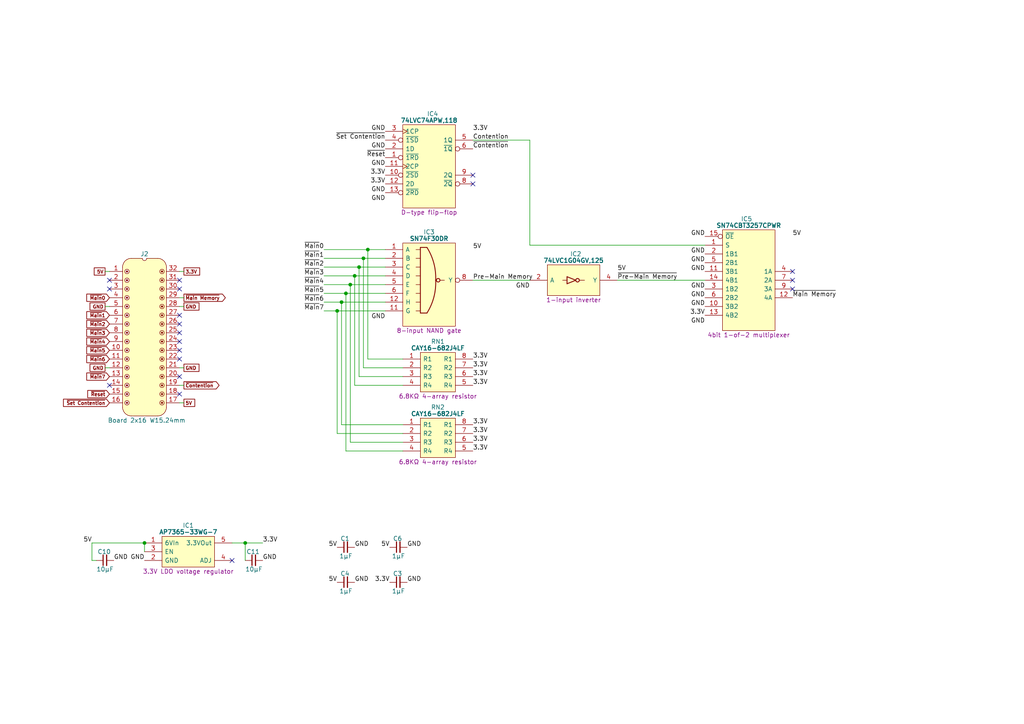
<source format=kicad_sch>
(kicad_sch (version 20250114) (generator "eeschema") (generator_version "9.0")
  (paper "A4")
  (title_block (title "Main Memory Enable") (date "2024-06-30") (rev "V0"))
  (lib_symbols
    (symbol "Bourns:CAY16-682J4LF" (pin_names (offset 0.762))
      (property "Reference" "RN" (at 10.16 5.08 0))
      (property "Value" "CAY16-682J4LF" (at 10.16 3.175 0))
      (property "Description" "6.8KΩ 4-array resistor" (at 10.16 -10.795 0))
      (symbol "CAY16-682J4LF_0_0"
        (pin passive line (at 0 0 0) (length 5.08) (name "R1") (number "1"))
        (pin passive line (at 0 -2.54 0) (length 5.08) (name "R2") (number "2"))
        (pin passive line (at 0 -5.08 0) (length 5.08) (name "R3") (number "3"))
        (pin passive line (at 0 -7.62 0) (length 5.08) (name "R4") (number "4"))
        (pin passive line (at 20.32 0 180) (length 5.08) (name "R1") (number "8"))
        (pin passive line (at 20.32 -2.54 180) (length 5.08) (name "R2") (number "7"))
        (pin passive line (at 20.32 -5.08 180) (length 5.08) (name "R3") (number "6"))
        (pin passive line (at 20.32 -7.62 180) (length 5.08) (name "R4") (number "5"))
      )
      (symbol "CAY16-682J4LF_0_1"
        (polyline (pts (xy 5.08 1.905) (xy 15.24 1.905) (xy 15.24 -9.525) (xy 5.08 -9.525) (xy 5.08 1.905)) (stroke (width 0.1524)) (fill (type background)))
      )
    )
    (symbol "Diodes_Inc:AP7365-33WG-7" (pin_names (offset 0.762))
      (property "Reference" "IC" (at 12.7 5.08 0))
      (property "Value" "AP7365-33WG-7" (at 12.7 3.175 0))
      (property "Description" "3.3V LDO voltage regulator" (at 12.7 -8.255 0))
      (symbol "AP7365-33WG-7_0_0"
        (pin input line (at 0 -2.54 0) (length 5.08) (name "EN") (number "3"))
        (pin passive line (at 0 -5.08 0) (length 5.08) (name "GND") (number "2"))
        (pin passive line (at 25.4 -5.08 180) (length 5.08) (name "ADJ") (number "4"))
      )
      (symbol "AP7365-33WG-7_0_1"
        (polyline (pts (xy 5.08 1.905) (xy 20.32 1.905) (xy 20.32 -6.985) (xy 5.08 -6.985) (xy 5.08 1.905)) (fill (type background)))
      )
      (symbol "AP7365-33WG-7_1_0"
        (pin passive line (at 0 0 0) (length 5.08) (name "6VIn") (number "1"))
        (pin passive line (at 25.4 0 180) (length 5.08) (name "3.3VOut") (number "5"))
      )
    )
    (symbol "HCP65:Board_02x16_W15.24mm" (pin_names (offset 1.016) (hide yes))
      (property "Reference" "J" (at 0 5.08 0))
      (property "Value" "Board 2x16 W15.24mm" (at 0.635 -43.18 0))
      (symbol "Board_02x16_W15.24mm_0_1"
        (polyline (pts (xy -6.35 1.27) (xy -6.35 -39.37)))
        (arc (start -3.8102 -41.9098) (mid -5.6063 -41.1659) (end -6.3502 -39.3698))
        (arc (start -6.35 1.27) (mid -5.6061 3.0661) (end -3.81 3.81))
        (polyline (pts (xy -3.81 3.81) (xy -0.635 3.81)))
        (arc (start 0.635 3.81) (mid 0 3.175) (end -0.635 3.81))
        (polyline (pts (xy 0.635 3.81) (xy 3.81 3.81)))
        (polyline (pts (xy 3.8098 -41.9098) (xy -3.81 -41.91)))
        (arc (start 3.81 3.81) (mid 5.6061 3.0661) (end 6.35 1.27))
        (arc (start 6.3498 -39.3698) (mid 5.6059 -41.1659) (end 3.8098 -41.9098))
        (polyline (pts (xy 6.35 -39.37) (xy 6.35 1.27)))
      )
      (symbol "Board_02x16_W15.24mm_1_1"
        (polyline (pts (xy -6.35 1.27) (xy -6.096 2.286) (xy -5.588 3.048) (xy -4.826 3.556) (xy -4.064 3.81) (xy -0.762 3.81) (xy -0.508 3.302) (xy 0 3.048) (xy 0 -41.91) (xy -3.81 -41.91) (xy -4.826 -41.656) (xy -5.588 -41.148) (xy -6.096 -40.386) (xy -6.35 -39.37) (xy -6.35 1.27)) (stroke (width -0.0001)) (fill (type background)))
        (circle (center -5.08 0) (radius 0.0001) (stroke (width 0.3)))
        (circle (center -5.08 0) (radius 0.635) (fill (type color) (color 255 255 255 1)))
        (circle (center -5.08 -2.54) (radius 0.0001) (stroke (width 0.3)))
        (circle (center -5.08 -2.54) (radius 0.635) (fill (type color) (color 255 255 255 1)))
        (circle (center -5.08 -5.08) (radius 0.0001) (stroke (width 0.3)))
        (circle (center -5.08 -5.08) (radius 0.635) (fill (type color) (color 255 255 255 1)))
        (circle (center -5.08 -7.62) (radius 0.0001) (stroke (width 0.3)))
        (circle (center -5.08 -7.62) (radius 0.635) (fill (type color) (color 255 255 255 1)))
        (circle (center -5.08 -10.16) (radius 0.0001) (stroke (width 0.3)))
        (circle (center -5.08 -10.16) (radius 0.635) (fill (type color) (color 255 255 255 1)))
        (circle (center -5.08 -12.7) (radius 0.0001) (stroke (width 0.3)))
        (circle (center -5.08 -12.7) (radius 0.635) (fill (type color) (color 255 255 255 1)))
        (circle (center -5.08 -15.24) (radius 0.0001) (stroke (width 0.3)))
        (circle (center -5.08 -15.24) (radius 0.635) (fill (type color) (color 255 255 255 1)))
        (circle (center -5.08 -17.78) (radius 0.0001) (stroke (width 0.3)))
        (circle (center -5.08 -17.78) (radius 0.635) (fill (type color) (color 255 255 255 1)))
        (circle (center -5.08 -20.32) (radius 0.0001) (stroke (width 0.3)))
        (circle (center -5.08 -20.32) (radius 0.635) (fill (type color) (color 255 255 255 1)))
        (circle (center -5.08 -22.86) (radius 0.0001) (stroke (width 0.3)))
        (circle (center -5.08 -22.86) (radius 0.635) (fill (type color) (color 255 255 255 1)))
        (circle (center -5.08 -25.4) (radius 0.0001) (stroke (width 0.3)))
        (circle (center -5.08 -25.4) (radius 0.635) (fill (type color) (color 255 255 255 1)))
        (circle (center -5.08 -27.94) (radius 0.0001) (stroke (width 0.3)))
        (circle (center -5.08 -27.94) (radius 0.635) (fill (type color) (color 255 255 255 1)))
        (circle (center -5.08 -30.48) (radius 0.0001) (stroke (width 0.3)))
        (circle (center -5.08 -30.48) (radius 0.635) (fill (type color) (color 255 255 255 1)))
        (circle (center -5.08 -33.02) (radius 0.0001) (stroke (width 0.3)))
        (circle (center -5.08 -33.02) (radius 0.635) (fill (type color) (color 255 255 255 1)))
        (circle (center -5.08 -35.56) (radius 0.0001) (stroke (width 0.3)))
        (circle (center -5.08 -35.56) (radius 0.635) (fill (type color) (color 255 255 255 1)))
        (circle (center -5.08 -38.1) (radius 0.0001) (stroke (width 0.3)))
        (circle (center -5.08 -38.1) (radius 0.635) (fill (type color) (color 255 255 255 1)))
        (circle (center 5.08 0) (radius 0.0001) (stroke (width 0.3)))
        (circle (center 5.08 0) (radius 0.635) (fill (type color) (color 255 255 255 1)))
        (circle (center 5.08 -2.54) (radius 0.0001) (stroke (width 0.3)))
        (circle (center 5.08 -2.54) (radius 0.635) (fill (type color) (color 255 255 255 1)))
        (circle (center 5.08 -5.08) (radius 0.0001) (stroke (width 0.3)))
        (circle (center 5.08 -5.08) (radius 0.635) (fill (type color) (color 255 255 255 1)))
        (circle (center 5.08 -7.62) (radius 0.0001) (stroke (width 0.3)))
        (circle (center 5.08 -7.62) (radius 0.635) (fill (type color) (color 255 255 255 1)))
        (circle (center 5.08 -10.16) (radius 0.0001) (stroke (width 0.3)))
        (circle (center 5.08 -10.16) (radius 0.635) (fill (type color) (color 255 255 255 1)))
        (circle (center 5.08 -12.7) (radius 0.0001) (stroke (width 0.3)))
        (circle (center 5.08 -12.7) (radius 0.635) (fill (type color) (color 255 255 255 1)))
        (circle (center 5.08 -15.24) (radius 0.0001) (stroke (width 0.3)))
        (circle (center 5.08 -15.24) (radius 0.635) (fill (type color) (color 255 255 255 1)))
        (circle (center 5.08 -17.78) (radius 0.0001) (stroke (width 0.3)))
        (circle (center 5.08 -17.78) (radius 0.635) (fill (type color) (color 255 255 255 1)))
        (circle (center 5.08 -20.32) (radius 0.0001) (stroke (width 0.3)))
        (circle (center 5.08 -20.32) (radius 0.635) (fill (type color) (color 255 255 255 1)))
        (circle (center 5.08 -22.86) (radius 0.0001) (stroke (width 0.3)))
        (circle (center 5.08 -22.86) (radius 0.635) (fill (type color) (color 255 255 255 1)))
        (circle (center 5.08 -25.4) (radius 0.0001) (stroke (width 0.3)))
        (circle (center 5.08 -25.4) (radius 0.635) (fill (type color) (color 255 255 255 1)))
        (circle (center 5.08 -27.94) (radius 0.0001) (stroke (width 0.3)))
        (circle (center 5.08 -27.94) (radius 0.635) (fill (type color) (color 255 255 255 1)))
        (circle (center 5.08 -30.48) (radius 0.0001) (stroke (width 0.3)))
        (circle (center 5.08 -30.48) (radius 0.635) (fill (type color) (color 255 255 255 1)))
        (circle (center 5.08 -33.02) (radius 0.0001) (stroke (width 0.3)))
        (circle (center 5.08 -33.02) (radius 0.635) (fill (type color) (color 255 255 255 1)))
        (circle (center 5.08 -35.56) (radius 0.0001) (stroke (width 0.3)))
        (circle (center 5.08 -35.56) (radius 0.635) (fill (type color) (color 255 255 255 1)))
        (circle (center 5.08 -38.1) (radius 0.0001) (stroke (width 0.3)))
        (circle (center 5.08 -38.1) (radius 0.635) (fill (type color) (color 255 255 255 1)))
        (polyline (pts (xy 6.35 1.27) (xy 6.096 2.286) (xy 5.588 3.048) (xy 4.826 3.556) (xy 4.064 3.81) (xy 0.762 3.81) (xy 0.508 3.302) (xy 0 3.048) (xy 0 -41.91) (xy 3.81 -41.91) (xy 4.826 -41.656) (xy 5.588 -41.148) (xy 6.096 -40.386) (xy 6.35 -39.37) (xy 6.35 1.27)) (stroke (width -0.0001)) (fill (type background)))
        (pin passive line (at -10.16 0 0) (length 3.81) (name "") (number "1"))
        (pin passive line (at -10.16 -2.54 0) (length 3.81) (name "") (number "2"))
        (pin passive line (at -10.16 -5.08 0) (length 3.81) (name "") (number "3"))
        (pin passive line (at -10.16 -7.62 0) (length 3.81) (name "") (number "4"))
        (pin passive line (at -10.16 -10.16 0) (length 3.81) (name "") (number "5"))
        (pin passive line (at -10.16 -12.7 0) (length 3.81) (name "") (number "6"))
        (pin passive line (at -10.16 -15.24 0) (length 3.81) (name "") (number "7"))
        (pin passive line (at -10.16 -17.78 0) (length 3.81) (name "") (number "8"))
        (pin passive line (at -10.16 -20.32 0) (length 3.81) (name "") (number "9"))
        (pin passive line (at -10.16 -22.86 0) (length 3.81) (name "") (number "10"))
        (pin passive line (at -10.16 -25.4 0) (length 3.81) (name "") (number "11"))
        (pin passive line (at -10.16 -27.94 0) (length 3.81) (name "") (number "12"))
        (pin passive line (at -10.16 -30.48 0) (length 3.81) (name "") (number "13"))
        (pin passive line (at -10.16 -33.02 0) (length 3.81) (name "") (number "14"))
        (pin passive line (at -10.16 -35.56 0) (length 3.81) (name "") (number "15"))
        (pin passive line (at -10.16 -38.1 0) (length 3.81) (name "") (number "16"))
        (pin passive line (at 10.16 0 180) (length 3.81) (name "") (number "32"))
        (pin passive line (at 10.16 -2.54 180) (length 3.81) (name "") (number "31"))
        (pin passive line (at 10.16 -5.08 180) (length 3.81) (name "") (number "30"))
        (pin passive line (at 10.16 -7.62 180) (length 3.81) (name "") (number "29"))
        (pin passive line (at 10.16 -10.16 180) (length 3.81) (name "") (number "28"))
        (pin passive line (at 10.16 -12.7 180) (length 3.81) (name "") (number "27"))
        (pin passive line (at 10.16 -15.24 180) (length 3.81) (name "") (number "26"))
        (pin passive line (at 10.16 -17.78 180) (length 3.81) (name "") (number "25"))
        (pin passive line (at 10.16 -20.32 180) (length 3.81) (name "") (number "24"))
        (pin passive line (at 10.16 -22.86 180) (length 3.81) (name "") (number "23"))
        (pin passive line (at 10.16 -25.4 180) (length 3.81) (name "") (number "22"))
        (pin passive line (at 10.16 -27.94 180) (length 3.81) (name "") (number "21"))
        (pin passive line (at 10.16 -30.48 180) (length 3.81) (name "") (number "20"))
        (pin passive line (at 10.16 -33.02 180) (length 3.81) (name "") (number "19"))
        (pin passive line (at 10.16 -35.56 180) (length 3.81) (name "") (number "18"))
        (pin passive line (at 10.16 -38.1 180) (length 3.81) (name "") (number "17"))
      )
    )
    (symbol "HCP65:C_0805" (pin_numbers (hide yes)) (pin_names (offset 0.254) (hide yes))
      (property "Reference" "C" (at 2.286 2.54 0))
      (property "Value" "?μF" (at 2.54 -2.54 0))
      (symbol "C_0805_0_1"
        (polyline (pts (xy 1.9685 -1.4605) (xy 1.9685 1.5875)) (stroke (width 0.3048)))
        (polyline (pts (xy 2.9845 -1.4605) (xy 2.9845 1.5875)) (stroke (width 0.3302)))
      )
      (symbol "C_0805_1_1"
        (pin passive line (at 0 0 0) (length 2.032) (name "~") (number "1"))
        (pin passive line (at 5.08 0 180) (length 2.032) (name "~") (number "2"))
      )
    )
    (symbol "Nexperia:74LVC1G04GV,125" (pin_names (offset 0.762))
      (property "Reference" "IC" (at 13.335 5.08 0))
      (property "Value" "74LVC1G04GV,125" (at 12.7 3.175 0))
      (property "Description" "1-input inverter" (at 12.7 -8.255 0))
      (symbol "74LVC1G04GV,125_0_0"
        (pin input line (at 0 -2.54 0) (length 5.08) (name "A") (number "2"))
        (pin passive line (at 0 -5.08 0) (length 5.08) (hide yes) (name "GND") (number "3"))
        (pin passive line (at 25.4 0 180) (length 5.08) (hide yes) (name "3V") (number "5"))
        (pin output line (at 25.4 -2.54 180) (length 5.08) (name "Y") (number "4"))
      )
      (symbol "74LVC1G04GV,125_0_1"
        (polyline (pts (xy 5.08 1.905) (xy 20.32 1.905) (xy 20.32 -6.985) (xy 5.08 -6.985) (xy 5.08 1.905)) (stroke (width 0.1524)) (fill (type background)))
        (polyline (pts (xy 9.525 -2.54) (xy 10.7949 -2.54)))
        (rectangle (start 10.795 -1.524) (end 10.795 -3.556) (stroke (width 0.254)) (fill (type background)))
        (polyline (pts (xy 10.795 -3.556) (xy 13.335 -2.54) (xy 10.795 -1.524)) (stroke (width 0.254)))
        (circle (center 13.843 -2.54) (radius 0.508) (stroke (width 0.254)))
        (polyline (pts (xy 14.351 -2.54) (xy 15.875 -2.54)))
      )
      (symbol "74LVC1G04GV,125_1_0"
        (pin no_connect line (at 25.4 -5.08 180) (length 5.08) (hide yes) (name "N.C.") (number "1"))
      )
    )
    (symbol "Nexperia:74LVC74APW,118" (pin_names (offset 0.762))
      (property "Reference" "IC" (at 12.065 5.08 0))
      (property "Value" "74LVC74APW,118" (at 12.7 3.175 0))
      (property "Description" "D-type flip-flop" (at 12.7 -23.495 0))
      (symbol "74LVC74APW,118_0_0"
        (pin input clock (at 0 0 0) (length 5.08) (name "1CP") (number "3"))
        (pin input inverted (at 0 -2.54 0) (length 5.08) (name "~{1SD}") (number "4"))
        (pin input line (at 0 -5.08 0) (length 5.08) (name "1D") (number "2"))
        (pin input inverted (at 0 -7.62 0) (length 5.08) (name "~{1RD}") (number "1"))
        (pin input clock (at 0 -10.16 0) (length 5.08) (name "2CP") (number "11"))
        (pin input inverted (at 0 -12.7 0) (length 5.08) (name "~{2SD}") (number "10"))
        (pin input line (at 0 -15.24 0) (length 5.08) (name "2D") (number "12"))
        (pin input inverted (at 0 -17.78 0) (length 5.08) (name "~{2RD}") (number "13"))
        (pin passive line (at 0 -20.32 0) (length 5.08) (hide yes) (name "GND") (number "7"))
        (pin passive line (at 25.4 0 180) (length 5.08) (hide yes) (name "3V") (number "14"))
        (pin output line (at 25.4 -2.54 180) (length 5.08) (name "1Q") (number "5"))
        (pin output inverted (at 25.4 -5.08 180) (length 5.08) (name "~{1Q}") (number "6"))
        (pin output line (at 25.4 -12.7 180) (length 5.08) (name "2Q") (number "9"))
        (pin output inverted (at 25.4 -15.24 180) (length 5.08) (name "~{2Q}") (number "8"))
      )
      (symbol "74LVC74APW,118_0_1"
        (polyline (pts (xy 5.08 1.905) (xy 20.32 1.905) (xy 20.32 -22.225) (xy 5.08 -22.225) (xy 5.08 1.905)) (stroke (width 0.1524)) (fill (type background)))
      )
    )
    (symbol "Texas_Instruments:SN74CBT3257CPWR" (pin_names (offset 0.762))
      (property "Reference" "IC" (at 12.065 5.08 0))
      (property "Value" "SN74CBT3257CPWR" (at 12.7 3.175 0))
      (property "Description" "4bit 1-of-2 multiplexer" (at 12.7 -28.575 0))
      (symbol "SN74CBT3257CPWR_0_0"
        (pin input line (at 0 -2.54 0) (length 5.08) (name "S") (number "1"))
        (pin passive line (at 0 -25.4 0) (length 5.08) (hide yes) (name "GND") (number "8"))
      )
      (symbol "SN74CBT3257CPWR_0_1"
        (polyline (pts (xy 5.08 1.905) (xy 20.32 1.905) (xy 20.32 -27.305) (xy 5.08 -27.305) (xy 5.08 1.905)) (stroke (width 0.1524)) (fill (type background)))
      )
      (symbol "SN74CBT3257CPWR_1_0"
        (pin input inverted (at 0 0 0) (length 5.08) (name "~{OE}") (number "15"))
        (pin tri_state line (at 0 -5.08 0) (length 5.08) (name "1B1") (number "2"))
        (pin tri_state line (at 0 -7.62 0) (length 5.08) (name "2B1") (number "5"))
        (pin tri_state line (at 0 -10.16 0) (length 5.08) (name "3B1") (number "11"))
        (pin tri_state line (at 0 -12.7 0) (length 5.08) (name "4B1") (number "14"))
        (pin tri_state line (at 0 -15.24 0) (length 5.08) (name "1B2") (number "3"))
        (pin tri_state line (at 0 -17.78 0) (length 5.08) (name "2B2") (number "6"))
        (pin tri_state line (at 0 -20.32 0) (length 5.08) (name "3B2") (number "10"))
        (pin tri_state line (at 0 -22.86 0) (length 5.08) (name "4B2") (number "13"))
        (pin passive line (at 25.4 0 180) (length 5.08) (hide yes) (name "5V") (number "16"))
        (pin tri_state line (at 25.4 -10.16 180) (length 5.08) (name "1A") (number "4"))
        (pin tri_state line (at 25.4 -12.7 180) (length 5.08) (name "2A") (number "7"))
        (pin tri_state line (at 25.4 -15.24 180) (length 5.08) (name "3A") (number "9"))
        (pin tri_state line (at 25.4 -17.78 180) (length 5.08) (name "4A") (number "12"))
      )
    )
    (symbol "Texas_Instruments:SN74F30DR" (pin_names (offset 0.762))
      (property "Reference" "IC" (at 12.7 5.08 0))
      (property "Value" "SN74F30DR" (at 12.7 3.175 0))
      (property "Description" "8-input NAND gate" (at 12.7 -23.495 0))
      (symbol "SN74F30DR_0_0"
        (pin input line (at 0 0 0) (length 5.08) (name "A") (number "1"))
        (pin input line (at 0 -2.54 0) (length 5.08) (name "B") (number "2"))
        (pin input line (at 0 -5.08 0) (length 5.08) (name "C") (number "3"))
        (pin input line (at 0 -7.62 0) (length 5.08) (name "D") (number "4"))
        (pin input line (at 0 -10.16 0) (length 5.08) (name "E") (number "5"))
        (pin input line (at 0 -12.7 0) (length 5.08) (name "F") (number "6"))
        (pin input line (at 0 -15.24 0) (length 5.08) (name "H") (number "12"))
        (pin input line (at 0 -17.78 0) (length 5.08) (name "G") (number "11"))
        (pin passive line (at 0 -20.32 0) (length 5.08) (hide yes) (name "GND") (number "7"))
        (pin passive line (at 25.4 0 180) (length 5.08) (hide yes) (name "5V") (number "14"))
        (pin no_connect line (at 25.4 -15.24 180) (length 5.08) (hide yes) (name "N.C.") (number "13"))
        (pin no_connect line (at 25.4 -17.78 180) (length 5.08) (hide yes) (name "N.C.") (number "10"))
        (pin no_connect line (at 25.4 -20.32 180) (length 5.08) (hide yes) (name "N.C.") (number "9"))
      )
      (symbol "SN74F30DR_0_1"
        (arc (start 12.065 0.635) (mid 14.0638 -3.9331) (end 14.605 -8.89) (stroke (width 0.254)))
        (arc (start 14.605 -8.89) (mid 14.065 -13.8472) (end 12.065 -18.415) (stroke (width 0.254)))
        (polyline (pts (xy 5.08 1.905) (xy 20.32 1.905) (xy 20.32 -22.225) (xy 5.08 -22.225) (xy 5.08 1.905)) (stroke (width 0.1524)) (fill (type background)))
        (polyline (pts (xy 8.89 0) (xy 10.1599 0)))
        (polyline (pts (xy 8.89 -2.54) (xy 10.1599 -2.54)))
        (polyline (pts (xy 8.89 -5.08) (xy 10.1599 -5.08)))
        (polyline (pts (xy 8.89 -7.62) (xy 10.1599 -7.62)))
        (polyline (pts (xy 8.89 -10.16) (xy 10.1599 -10.16)))
        (polyline (pts (xy 8.89 -12.7) (xy 10.1599 -12.7)))
        (polyline (pts (xy 8.89 -15.24) (xy 10.1599 -15.24)))
        (polyline (pts (xy 8.89 -17.78) (xy 10.1599 -17.78)))
        (polyline (pts (xy 10.16 0.635) (xy 10.16 -18.415)) (stroke (width 0.254)) (fill (type background)))
        (polyline (pts (xy 12.065 0.635) (xy 10.248 0.635)) (stroke (width 0.254)) (fill (type background)))
        (polyline (pts (xy 12.065 -18.415) (xy 10.248 -18.415)) (stroke (width 0.254)) (fill (type background)))
        (circle (center 15.328 -8.89) (radius 0.508) (stroke (width 0.254)))
        (polyline (pts (xy 15.963 -8.89) (xy 17.145 -8.89)))
      )
      (symbol "SN74F30DR_1_0"
        (pin output inverted (at 25.4 -8.89 180) (length 5.08) (name "Y") (number "8"))
      )
    )
  )
  (junction (at 105.41 74.93))
  (junction (at 104.14 77.47))
  (junction (at 100.33 85.09))
  (junction (at 41.91 157.48))
  (junction (at 97.79 90.17))
  (junction (at 106.68 72.39))
  (junction (at 71.12 157.48))
  (junction (at 102.87 80.01))
  (junction (at 101.6 82.55))
  (junction (at 99.06 87.63))
  (no_connect (at 52.07 81.28))
  (no_connect (at 229.87 81.28))
  (no_connect (at 67.31 162.56))
  (no_connect (at 52.07 104.14))
  (no_connect (at 52.07 93.98))
  (no_connect (at 137.16 53.34))
  (no_connect (at 52.07 109.22))
  (no_connect (at 52.07 96.52))
  (no_connect (at 31.75 111.76))
  (no_connect (at 52.07 91.44))
  (no_connect (at 52.07 101.6))
  (no_connect (at 52.07 83.82))
  (no_connect (at 137.16 50.8))
  (no_connect (at 31.75 83.82))
  (no_connect (at 31.75 81.28))
  (no_connect (at 52.07 114.3))
  (no_connect (at 229.87 78.74))
  (no_connect (at 229.87 83.82))
  (no_connect (at 52.07 99.06))
  (wire (pts (xy 52.07 88.9) (xy 53.34 88.9)))
  (wire (pts (xy 93.98 77.47) (xy 104.14 77.47)))
  (wire (pts (xy 116.84 130.81) (xy 100.33 130.81)))
  (wire (pts (xy 102.87 80.01) (xy 111.76 80.01)))
  (wire (pts (xy 116.84 123.19) (xy 99.06 123.19)))
  (wire (pts (xy 71.12 162.56) (xy 71.12 157.48)))
  (wire (pts (xy 30.48 88.9) (xy 31.75 88.9)))
  (wire (pts (xy 116.84 125.73) (xy 97.79 125.73)))
  (wire (pts (xy 93.98 74.93) (xy 105.41 74.93)))
  (wire (pts (xy 153.67 71.12) (xy 204.47 71.12)))
  (wire (pts (xy 102.87 111.76) (xy 102.87 80.01)))
  (wire (pts (xy 101.6 82.55) (xy 101.6 128.27)))
  (wire (pts (xy 93.98 90.17) (xy 97.79 90.17)))
  (wire (pts (xy 53.34 78.74) (xy 52.07 78.74)))
  (wire (pts (xy 97.79 90.17) (xy 111.76 90.17)))
  (wire (pts (xy 26.67 157.48) (xy 41.91 157.48)))
  (wire (pts (xy 53.34 86.36) (xy 52.07 86.36)))
  (wire (pts (xy 137.16 40.64) (xy 153.67 40.64)))
  (wire (pts (xy 41.91 157.48) (xy 41.91 160.02)))
  (wire (pts (xy 53.34 116.84) (xy 52.07 116.84)))
  (wire (pts (xy 93.98 87.63) (xy 99.06 87.63)))
  (wire (pts (xy 100.33 85.09) (xy 111.76 85.09)))
  (wire (pts (xy 93.98 72.39) (xy 106.68 72.39)))
  (wire (pts (xy 30.48 78.74) (xy 31.75 78.74)))
  (wire (pts (xy 99.06 87.63) (xy 111.76 87.63)))
  (wire (pts (xy 106.68 72.39) (xy 111.76 72.39)))
  (wire (pts (xy 97.79 90.17) (xy 97.79 125.73)))
  (wire (pts (xy 153.67 40.64) (xy 153.67 71.12)))
  (wire (pts (xy 116.84 128.27) (xy 101.6 128.27)))
  (wire (pts (xy 104.14 109.22) (xy 104.14 77.47)))
  (wire (pts (xy 116.84 106.68) (xy 105.41 106.68)))
  (wire (pts (xy 67.31 157.48) (xy 71.12 157.48)))
  (wire (pts (xy 101.6 82.55) (xy 111.76 82.55)))
  (wire (pts (xy 104.14 77.47) (xy 111.76 77.47)))
  (wire (pts (xy 179.07 81.28) (xy 204.47 81.28)))
  (wire (pts (xy 105.41 106.68) (xy 105.41 74.93)))
  (wire (pts (xy 106.68 104.14) (xy 106.68 72.39)))
  (wire (pts (xy 93.98 82.55) (xy 101.6 82.55)))
  (wire (pts (xy 100.33 85.09) (xy 100.33 130.81)))
  (wire (pts (xy 26.67 157.48) (xy 26.67 162.56)))
  (wire (pts (xy 53.34 106.68) (xy 52.07 106.68)))
  (wire (pts (xy 93.98 80.01) (xy 102.87 80.01)))
  (wire (pts (xy 116.84 111.76) (xy 102.87 111.76)))
  (wire (pts (xy 30.48 106.68) (xy 31.75 106.68)))
  (wire (pts (xy 116.84 104.14) (xy 106.68 104.14)))
  (wire (pts (xy 99.06 87.63) (xy 99.06 123.19)))
  (wire (pts (xy 105.41 74.93) (xy 111.76 74.93)))
  (wire (pts (xy 116.84 109.22) (xy 104.14 109.22)))
  (wire (pts (xy 93.98 85.09) (xy 100.33 85.09)))
  (wire (pts (xy 26.67 162.56) (xy 27.94 162.56)))
  (wire (pts (xy 71.12 157.48) (xy 76.2 157.48)))
  (wire (pts (xy 137.16 81.28) (xy 153.67 81.28)))
  (wire (pts (xy 53.34 111.76) (xy 52.07 111.76)))
  (label "GND" (at 102.87 158.75 0))
  (label "3.3V" (at 137.16 125.73 0))
  (label "5V" (at 113.03 158.75 180))
  (label "3.3V" (at 113.03 168.91 180))
  (label "3.3V" (at 137.16 109.22 0))
  (label "5V" (at 97.79 158.75 180))
  (label "~{Main Memory}" (at 229.87 86.36 0))
  (label "~{Pre-Main Memory}" (at 179.07 81.28 0))
  (label "GND" (at 76.2 162.56 0))
  (label "~{Main}4" (at 93.98 82.55 180))
  (label "GND" (at 153.67 83.82 180))
  (label "GND" (at 111.76 38.1 180))
  (label "GND" (at 204.47 88.9 180))
  (label "GND" (at 33.02 162.56 0))
  (label "5V" (at 26.67 157.48 180))
  (label "GND" (at 204.47 86.36 180))
  (label "GND" (at 111.76 48.26 180))
  (label "GND" (at 111.76 92.71 180))
  (label "GND" (at 204.47 73.66 180))
  (label "GND" (at 111.76 55.88 180))
  (label "GND" (at 41.91 162.56 180))
  (label "~{Main}3" (at 93.98 80.01 180))
  (label "GND" (at 118.11 158.75 0))
  (label "5V" (at 137.16 72.39 0))
  (label "3.3V" (at 137.16 123.19 0))
  (label "GND" (at 111.76 58.42 180))
  (label "~{Main}6" (at 93.98 87.63 180))
  (label "GND" (at 204.47 83.82 180))
  (label "~{Set Contention}" (at 111.76 40.64 180))
  (label "5V" (at 97.79 168.91 180))
  (label "~{Contention}" (at 137.16 43.18 0))
  (label "3.3V" (at 137.16 38.1 0))
  (label "3.3V" (at 204.47 91.44 180))
  (label "3.3V" (at 137.16 106.68 0))
  (label "~{Main}5" (at 93.98 85.09 180))
  (label "GND" (at 204.47 76.2 180))
  (label "~{Reset}" (at 111.76 45.72 180))
  (label "GND" (at 118.11 168.91 0))
  (label "3.3V" (at 111.76 50.8 180))
  (label "~{Main}2" (at 93.98 77.47 180))
  (label "3.3V" (at 76.2 157.48 0))
  (label "Contention" (at 137.16 40.64 0))
  (label "~{Main}0" (at 93.98 72.39 180))
  (label "GND" (at 111.76 43.18 180))
  (label "GND" (at 204.47 68.58 180))
  (label "3.3V" (at 111.76 53.34 180))
  (label "GND" (at 204.47 93.98 180))
  (label "5V" (at 179.07 78.74 0))
  (label "~{Main}7" (at 93.98 90.17 180))
  (label "3.3V" (at 137.16 130.81 0))
  (label "~{Main}1" (at 93.98 74.93 180))
  (label "3.3V" (at 137.16 111.76 0))
  (label "GND" (at 102.87 168.91 0))
  (label "3.3V" (at 137.16 104.14 0))
  (label "Pre-Main Memory" (at 137.16 81.28 0))
  (label "GND" (at 204.47 78.74 180))
  (label "5V" (at 229.87 68.58 0))
  (label "3.3V" (at 137.16 128.27 0))
  (global_label "~{Main}2" (shape input) (at 31.75 93.98 180) (effects (font (size 1 1) (thickness 0.2) (bold yes))) (property "Intersheetrefs" "${INTERSHEET_REFS}" (effects (hide yes))))
  (global_label "~{Main}4" (shape input) (at 31.75 99.06 180) (effects (font (size 1 1) (thickness 0.2) (bold yes))) (property "Intersheetrefs" "${INTERSHEET_REFS}" (effects (hide yes))))
  (global_label "~{Set Contention}" (shape input) (at 31.75 116.84 180) (effects (font (size 1 1) (thickness 0.2) (bold yes))) (property "Intersheetrefs" "${INTERSHEET_REFS}" (effects (hide yes))))
  (global_label "3.3V" (shape passive) (at 53.34 78.74 0) (effects (font (size 1 1) (thickness 0.2) (bold yes))) (property "Intersheetrefs" "${INTERSHEET_REFS}" (effects (hide yes))))
  (global_label "~{Main}5" (shape input) (at 31.75 101.6 180) (effects (font (size 1 1) (thickness 0.2) (bold yes))) (property "Intersheetrefs" "${INTERSHEET_REFS}" (effects (hide yes))))
  (global_label "~{Main}6" (shape input) (at 31.75 104.14 180) (effects (font (size 1 1) (thickness 0.2) (bold yes))) (property "Intersheetrefs" "${INTERSHEET_REFS}" (effects (hide yes))))
  (global_label "~{Reset}" (shape input) (at 31.75 114.3 180) (effects (font (size 1 1) (thickness 0.2) (bold yes))) (property "Intersheetrefs" "${INTERSHEET_REFS}" (effects (hide yes))))
  (global_label "5V" (shape passive) (at 30.48 78.74 180) (effects (font (size 1 1) (thickness 0.2) (bold yes))) (property "Intersheetrefs" "${INTERSHEET_REFS}" (effects (hide yes))))
  (global_label "~{Main}0" (shape input) (at 31.75 86.36 180) (effects (font (size 1 1) (thickness 0.2) (bold yes))) (property "Intersheetrefs" "${INTERSHEET_REFS}" (effects (hide yes))))
  (global_label "~{Main}7" (shape input) (at 31.75 109.22 180) (effects (font (size 1 1) (thickness 0.2) (bold yes))) (property "Intersheetrefs" "${INTERSHEET_REFS}" (effects (hide yes))))
  (global_label "GND" (shape passive) (at 53.34 88.9 0) (effects (font (size 1 1) (thickness 0.2) (bold yes))) (property "Intersheetrefs" "${INTERSHEET_REFS}" (effects (hide yes))))
  (global_label "5V" (shape passive) (at 53.34 116.84 0) (effects (font (size 1 1) (thickness 0.2) (bold yes))) (property "Intersheetrefs" "${INTERSHEET_REFS}" (effects (hide yes))))
  (global_label "~{Contention}" (shape output) (at 53.34 111.76 0) (effects (font (size 1 1) (thickness 0.2) (bold yes))) (property "Intersheetrefs" "${INTERSHEET_REFS}" (effects (hide yes))))
  (global_label "GND" (shape passive) (at 30.48 88.9 180) (effects (font (size 1 1) (thickness 0.2) (bold yes))) (property "Intersheetrefs" "${INTERSHEET_REFS}" (effects (hide yes))))
  (global_label "GND" (shape passive) (at 53.34 106.68 0) (effects (font (size 1 1) (thickness 0.2) (bold yes))) (property "Intersheetrefs" "${INTERSHEET_REFS}" (effects (hide yes))))
  (global_label "~{Main}3" (shape input) (at 31.75 96.52 180) (effects (font (size 1 1) (thickness 0.2) (bold yes))) (property "Intersheetrefs" "${INTERSHEET_REFS}" (effects (hide yes))))
  (global_label "GND" (shape passive) (at 30.48 106.68 180) (effects (font (size 1 1) (thickness 0.2) (bold yes))) (property "Intersheetrefs" "${INTERSHEET_REFS}" (effects (hide yes))))
  (global_label "~{Main Memory}" (shape output) (at 53.34 86.36 0) (effects (font (size 1 1) (thickness 0.2) (bold yes))) (property "Intersheetrefs" "${INTERSHEET_REFS}" (effects (hide yes))))
  (global_label "~{Main}1" (shape input) (at 31.75 91.44 180) (effects (font (size 1 1) (thickness 0.2) (bold yes))) (property "Intersheetrefs" "${INTERSHEET_REFS}" (effects (hide yes))))
  (symbol (lib_id "Bourns:CAY16-682J4LF") (at 116.84 104.14 0) (unit 1)
    (property "Reference" "RN1" (at 127 99.06 0))
    (property "Value" "CAY16-682J4LF" (at 127 100.965 0) (effects (font (bold yes))))
    (property "Footprint" "SamacSys_Parts:CAY16-J4" (effects (hide yes)))
    (property "Datasheet" "https://www.bourns.com/pdfs/CATCAY.pdf" (effects (hide yes)))
    (property "Description" "6.8KΩ 4-array resistor" (at 127 114.935 0))
    (property "Manufacturer_Name" "Bourns" (effects (hide yes)))
    (property "Silkscreen" "6.8KΩ" (effects (hide yes)))
  )
  (symbol (lib_id "HCP65:Board_02x16_W15.24mm") (at 41.91 78.74 0) (unit 1)
    (property "Reference" "J2" (at 41.91 73.66 0))
    (property "Value" "Board 2x16 W15.24mm" (at 42.545 121.92 0))
    (property "Footprint" "SamacSys_Parts:DIP-32_Board_W15.24mm" (effects (hide yes)))
  )
  (symbol (lib_id "Nexperia:74LVC1G04GV,125") (at 153.67 78.74 0) (unit 1)
    (property "Reference" "IC2" (at 167.005 73.66 0))
    (property "Value" "74LVC1G04GV,125" (at 166.37 75.565 0) (effects (font (bold yes))))
    (property "Footprint" "SamacSys_Parts:SOT95P275X110-5N" (effects (hide yes)))
    (property "Datasheet" "https://assets.nexperia.com/documents/data-sheet/74LVC1G04.pdf" (effects (hide yes)))
    (property "Description" "1-input inverter" (at 166.37 86.995 0))
    (property "Height" "1.1" (effects (hide yes)))
    (property "Manufacturer_Name" "Nexperia" (effects (hide yes)))
    (property "Manufacturer_Part_Number" "74LVC1G04GV,125" (effects (hide yes)))
    (property "Mouser Part Number" "771-74LVC1G04GV" (effects (hide yes)))
    (property "Mouser Price/Stock" "https://www.mouser.co.uk/ProductDetail/Nexperia/74LVC1G04GV125?qs=me8TqzrmIYW6McwMAxl%2F9w%3D%3D" (effects (hide yes)))
    (property "Silkscreen" "'1G04" (effects (hide yes)))
  )
  (symbol (lib_id "HCP65:C_0805") (at 113.03 168.91 0) (unit 1)
    (property "Reference" "C3" (at 115.316 166.37 0))
    (property "Value" "1μF" (at 115.57 171.45 0))
    (property "Footprint" "SamacSys_Parts:C_0805" (effects (hide yes)))
  )
  (symbol (lib_id "HCP65:C_0805") (at 113.03 158.75 0) (unit 1)
    (property "Reference" "C6" (at 115.316 156.21 0))
    (property "Value" "1μF" (at 115.57 161.29 0))
    (property "Footprint" "SamacSys_Parts:C_0805" (effects (hide yes)))
  )
  (symbol (lib_id "HCP65:C_0805") (at 97.79 158.75 0) (unit 1)
    (property "Reference" "C1" (at 100.076 156.21 0))
    (property "Value" "1μF" (at 100.33 161.29 0))
    (property "Footprint" "SamacSys_Parts:C_0805" (effects (hide yes)))
  )
  (symbol (lib_id "Texas_Instruments:SN74CBT3257CPWR") (at 204.47 68.58 0) (unit 1)
    (property "Reference" "IC5" (at 216.535 63.5 0))
    (property "Value" "SN74CBT3257CPWR" (at 217.17 65.405 0) (effects (font (bold yes))))
    (property "Footprint" "SamacSys_Parts:SOP65P640X120-16N" (effects (hide yes)))
    (property "Datasheet" "http://www.ti.com/lit/gpn/sn74cbt3257c" (effects (hide yes)))
    (property "Description" "4bit 1-of-2 multiplexer" (at 217.17 97.155 0))
    (property "Height" "1.2" (effects (hide yes)))
    (property "Manufacturer_Name" "Texas Instruments" (effects (hide yes)))
    (property "Manufacturer_Part_Number" "SN74CBT3257CPWR" (effects (hide yes)))
    (property "Mouser Part Number" "595-SN74CBT3257CPWR" (effects (hide yes)))
    (property "Mouser Price/Stock" "https://www.mouser.co.uk/ProductDetail/Texas-Instruments/SN74CBT3257CPWR?qs=mE33ZKBHyE5D4NimaCu2TA%3D%3D" (effects (hide yes)))
    (property "Silkscreen" "74CBT3257" (effects (hide yes)))
  )
  (symbol (lib_id "Texas_Instruments:SN74F30DR") (at 111.76 72.39 0) (unit 1)
    (property "Reference" "IC3" (at 124.46 67.31 0))
    (property "Value" "SN74F30DR" (at 124.46 69.215 0) (effects (font (bold yes))))
    (property "Footprint" "SamacSys_Parts:SOIC127P600X175-14N" (effects (hide yes)))
    (property "Datasheet" "http://www.ti.com/lit/gpn/sn74f30" (effects (hide yes)))
    (property "Description" "8-input NAND gate" (at 124.46 95.885 0))
    (property "Height" "1.75" (effects (hide yes)))
    (property "Manufacturer_Name" "Texas Instruments" (effects (hide yes)))
    (property "Manufacturer_Part_Number" "SN74F30DR" (effects (hide yes)))
    (property "Mouser Part Number" "595-SN74F30DR" (effects (hide yes)))
    (property "Mouser Price/Stock" "https://www.mouser.com/Search/Refine.aspx?Keyword=595-SN74F30DR" (effects (hide yes)))
    (property "Silkscreen" "74F30" (effects (hide yes)))
  )
  (symbol (lib_id "Bourns:CAY16-682J4LF") (at 116.84 123.19 0) (unit 1)
    (property "Reference" "RN2" (at 127 118.11 0))
    (property "Value" "CAY16-682J4LF" (at 127 120.015 0) (effects (font (bold yes))))
    (property "Footprint" "SamacSys_Parts:CAY16-J4" (effects (hide yes)))
    (property "Datasheet" "https://www.bourns.com/pdfs/CATCAY.pdf" (effects (hide yes)))
    (property "Description" "6.8KΩ 4-array resistor" (at 127 133.985 0))
    (property "Manufacturer_Name" "Bourns" (effects (hide yes)))
    (property "Silkscreen" "6.8KΩ" (effects (hide yes)))
  )
  (symbol (lib_id "HCP65:C_0805") (at 27.94 162.56 0) (unit 1)
    (property "Reference" "C10" (at 30.226 160.02 0))
    (property "Value" "10µF" (at 27.94 165.1 0) (effects (justify left)))
    (property "Footprint" "SamacSys_Parts:C_0805" (effects (hide yes)))
  )
  (symbol (lib_id "HCP65:C_0805") (at 97.79 168.91 0) (unit 1)
    (property "Reference" "C4" (at 100.076 166.37 0))
    (property "Value" "1μF" (at 100.33 171.45 0))
    (property "Footprint" "SamacSys_Parts:C_0805" (effects (hide yes)))
  )
  (symbol (lib_id "Diodes_Inc:AP7365-33WG-7") (at 41.91 157.48 0) (unit 1)
    (property "Reference" "IC1" (at 54.61 152.4 0))
    (property "Value" "AP7365-33WG-7" (at 54.61 154.305 0) (effects (font (bold yes))))
    (property "Footprint" "SamacSys_Parts:SOT95P285X130-5N" (effects (hide yes)))
    (property "Datasheet" "https://componentsearchengine.com/Datasheets/1/AP7365-33WG-7.pdf" (effects (hide yes)))
    (property "Description" "3.3V LDO voltage regulator" (at 54.61 165.735 0))
    (property "Height" "1.3" (effects (hide yes)))
    (property "Manufacturer_Name" "Diodes Inc." (effects (hide yes)))
    (property "Manufacturer_Part_Number" "AP7365-33WG-7" (effects (hide yes)))
    (property "Mouser Part Number" "621-AP7365-33WG-7" (effects (hide yes)))
    (property "Mouser Price/Stock" "https://www.mouser.co.uk/ProductDetail/Diodes-Incorporated/AP7365-33WG-7?qs=abZ1nkZpTuOZFvxvoFPL0w%3D%3D" (effects (hide yes)))
    (property "Arrow Part Number" "AP7365-33WG-7" (effects (hide yes)))
    (property "Arrow Price/Stock" "https://www.arrow.com/en/products/ap7365-33wg-7/diodes-incorporated?region=nac" (effects (hide yes)))
    (property "Silkscreen" "AP7365" (effects (hide yes)))
  )
  (symbol (lib_id "HCP65:C_0805") (at 71.12 162.56 0) (unit 1)
    (property "Reference" "C11" (at 73.406 160.02 0))
    (property "Value" "10µF" (at 71.12 165.1 0) (effects (justify left)))
    (property "Footprint" "SamacSys_Parts:C_0805" (effects (hide yes)))
  )
  (symbol (lib_id "Nexperia:74LVC74APW,118") (at 111.76 38.1 0) (unit 1)
    (property "Reference" "IC4" (at 123.825 33.02 0) (effects (justify left)))
    (property "Value" "74LVC74APW,118" (at 124.46 34.925 0) (effects (font (bold yes))))
    (property "Footprint" "SamacSys_Parts:SOP65P640X110-14N" (effects (hide yes)))
    (property "Datasheet" "https://assets.nexperia.com/documents/data-sheet/74LVC74A.pdf" (effects (hide yes)))
    (property "Description" "D-type flip-flop" (at 124.46 61.595 0))
    (property "Height" "1.1" (effects (hide yes)))
    (property "Mouser Part Number" "771-74LVC74APW-T" (effects (hide yes)))
    (property "Mouser Price/Stock" "https://www.mouser.co.uk/ProductDetail/Nexperia/74LVC74APW118?qs=me8TqzrmIYVtXwVfet0lzw%3D%3D" (effects (hide yes)))
    (property "Manufacturer_Name" "Nexperia" (effects (hide yes)))
    (property "Manufacturer_Part_Number" "74LVC74APW,118" (effects (hide yes)))
    (property "Silkscreen" "74LVC74" (effects (hide yes)))
    (property "Garbage" "74LVC74A - Dual D-type flip-flop with set and reset; positive-edge trigger@en-us" (effects (hide yes)))
  )
)
</source>
